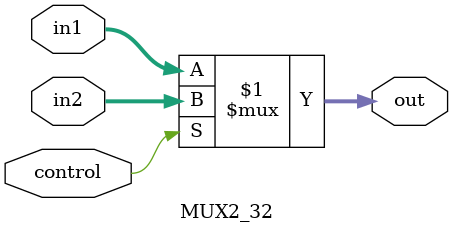
<source format=v>
`timescale 1ns / 1ps


module MUX2_32(
    input           control,
    input   [31:0]  in1, in2,
    output  [31:0]  out
);


    assign out = (control) ? in2 : in1;
endmodule

</source>
